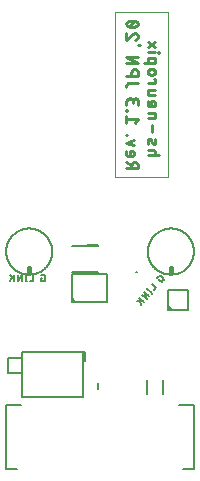
<source format=gbo>
G75*
%MOIN*%
%OFA0B0*%
%FSLAX25Y25*%
%IPPOS*%
%LPD*%
%AMOC8*
5,1,8,0,0,1.08239X$1,22.5*
%
%ADD10C,0.00787*%
%ADD11C,0.01575*%
%ADD12C,0.00600*%
%ADD13C,0.00900*%
%ADD14C,0.00394*%
%ADD15C,0.00500*%
D10*
X0166691Y0119457D02*
X0166693Y0119646D01*
X0166700Y0119834D01*
X0166712Y0120022D01*
X0166728Y0120210D01*
X0166749Y0120398D01*
X0166774Y0120585D01*
X0166804Y0120771D01*
X0166839Y0120957D01*
X0166878Y0121141D01*
X0166921Y0121325D01*
X0166969Y0121507D01*
X0167022Y0121688D01*
X0167079Y0121868D01*
X0167140Y0122047D01*
X0167206Y0122224D01*
X0167276Y0122399D01*
X0167350Y0122572D01*
X0167429Y0122744D01*
X0167512Y0122913D01*
X0167599Y0123081D01*
X0167690Y0123246D01*
X0167785Y0123409D01*
X0167884Y0123570D01*
X0167986Y0123728D01*
X0168093Y0123883D01*
X0168204Y0124036D01*
X0168318Y0124186D01*
X0168436Y0124334D01*
X0168557Y0124478D01*
X0168682Y0124619D01*
X0168811Y0124757D01*
X0168942Y0124893D01*
X0169078Y0125024D01*
X0169216Y0125153D01*
X0169357Y0125278D01*
X0169501Y0125399D01*
X0169649Y0125517D01*
X0169799Y0125631D01*
X0169952Y0125742D01*
X0170107Y0125849D01*
X0170265Y0125951D01*
X0170426Y0126050D01*
X0170589Y0126145D01*
X0170754Y0126236D01*
X0170922Y0126323D01*
X0171091Y0126406D01*
X0171263Y0126485D01*
X0171436Y0126559D01*
X0171611Y0126629D01*
X0171788Y0126695D01*
X0171967Y0126756D01*
X0172147Y0126813D01*
X0172328Y0126866D01*
X0172510Y0126914D01*
X0172694Y0126957D01*
X0172878Y0126996D01*
X0173064Y0127031D01*
X0173250Y0127061D01*
X0173437Y0127086D01*
X0173625Y0127107D01*
X0173813Y0127123D01*
X0174001Y0127135D01*
X0174189Y0127142D01*
X0174378Y0127144D01*
X0174567Y0127142D01*
X0174755Y0127135D01*
X0174943Y0127123D01*
X0175131Y0127107D01*
X0175319Y0127086D01*
X0175506Y0127061D01*
X0175692Y0127031D01*
X0175878Y0126996D01*
X0176062Y0126957D01*
X0176246Y0126914D01*
X0176428Y0126866D01*
X0176609Y0126813D01*
X0176789Y0126756D01*
X0176968Y0126695D01*
X0177145Y0126629D01*
X0177320Y0126559D01*
X0177493Y0126485D01*
X0177665Y0126406D01*
X0177834Y0126323D01*
X0178002Y0126236D01*
X0178167Y0126145D01*
X0178330Y0126050D01*
X0178491Y0125951D01*
X0178649Y0125849D01*
X0178804Y0125742D01*
X0178957Y0125631D01*
X0179107Y0125517D01*
X0179255Y0125399D01*
X0179399Y0125278D01*
X0179540Y0125153D01*
X0179678Y0125024D01*
X0179814Y0124893D01*
X0179945Y0124757D01*
X0180074Y0124619D01*
X0180199Y0124478D01*
X0180320Y0124334D01*
X0180438Y0124186D01*
X0180552Y0124036D01*
X0180663Y0123883D01*
X0180770Y0123728D01*
X0180872Y0123570D01*
X0180971Y0123409D01*
X0181066Y0123246D01*
X0181157Y0123081D01*
X0181244Y0122913D01*
X0181327Y0122744D01*
X0181406Y0122572D01*
X0181480Y0122399D01*
X0181550Y0122224D01*
X0181616Y0122047D01*
X0181677Y0121868D01*
X0181734Y0121688D01*
X0181787Y0121507D01*
X0181835Y0121325D01*
X0181878Y0121141D01*
X0181917Y0120957D01*
X0181952Y0120771D01*
X0181982Y0120585D01*
X0182007Y0120398D01*
X0182028Y0120210D01*
X0182044Y0120022D01*
X0182056Y0119834D01*
X0182063Y0119646D01*
X0182065Y0119457D01*
X0182063Y0119268D01*
X0182056Y0119080D01*
X0182044Y0118892D01*
X0182028Y0118704D01*
X0182007Y0118516D01*
X0181982Y0118329D01*
X0181952Y0118143D01*
X0181917Y0117957D01*
X0181878Y0117773D01*
X0181835Y0117589D01*
X0181787Y0117407D01*
X0181734Y0117226D01*
X0181677Y0117046D01*
X0181616Y0116867D01*
X0181550Y0116690D01*
X0181480Y0116515D01*
X0181406Y0116342D01*
X0181327Y0116170D01*
X0181244Y0116001D01*
X0181157Y0115833D01*
X0181066Y0115668D01*
X0180971Y0115505D01*
X0180872Y0115344D01*
X0180770Y0115186D01*
X0180663Y0115031D01*
X0180552Y0114878D01*
X0180438Y0114728D01*
X0180320Y0114580D01*
X0180199Y0114436D01*
X0180074Y0114295D01*
X0179945Y0114157D01*
X0179814Y0114021D01*
X0179678Y0113890D01*
X0179540Y0113761D01*
X0179399Y0113636D01*
X0179255Y0113515D01*
X0179107Y0113397D01*
X0178957Y0113283D01*
X0178804Y0113172D01*
X0178649Y0113065D01*
X0178491Y0112963D01*
X0178330Y0112864D01*
X0178167Y0112769D01*
X0178002Y0112678D01*
X0177834Y0112591D01*
X0177665Y0112508D01*
X0177493Y0112429D01*
X0177320Y0112355D01*
X0177145Y0112285D01*
X0176968Y0112219D01*
X0176789Y0112158D01*
X0176609Y0112101D01*
X0176428Y0112048D01*
X0176246Y0112000D01*
X0176062Y0111957D01*
X0175878Y0111918D01*
X0175692Y0111883D01*
X0175506Y0111853D01*
X0175319Y0111828D01*
X0175131Y0111807D01*
X0174943Y0111791D01*
X0174755Y0111779D01*
X0174567Y0111772D01*
X0174378Y0111770D01*
X0174189Y0111772D01*
X0174001Y0111779D01*
X0173813Y0111791D01*
X0173625Y0111807D01*
X0173437Y0111828D01*
X0173250Y0111853D01*
X0173064Y0111883D01*
X0172878Y0111918D01*
X0172694Y0111957D01*
X0172510Y0112000D01*
X0172328Y0112048D01*
X0172147Y0112101D01*
X0171967Y0112158D01*
X0171788Y0112219D01*
X0171611Y0112285D01*
X0171436Y0112355D01*
X0171263Y0112429D01*
X0171091Y0112508D01*
X0170922Y0112591D01*
X0170754Y0112678D01*
X0170589Y0112769D01*
X0170426Y0112864D01*
X0170265Y0112963D01*
X0170107Y0113065D01*
X0169952Y0113172D01*
X0169799Y0113283D01*
X0169649Y0113397D01*
X0169501Y0113515D01*
X0169357Y0113636D01*
X0169216Y0113761D01*
X0169078Y0113890D01*
X0168942Y0114021D01*
X0168811Y0114157D01*
X0168682Y0114295D01*
X0168557Y0114436D01*
X0168436Y0114580D01*
X0168318Y0114728D01*
X0168204Y0114878D01*
X0168093Y0115031D01*
X0167986Y0115186D01*
X0167884Y0115344D01*
X0167785Y0115505D01*
X0167690Y0115668D01*
X0167599Y0115833D01*
X0167512Y0116001D01*
X0167429Y0116170D01*
X0167350Y0116342D01*
X0167276Y0116515D01*
X0167206Y0116690D01*
X0167140Y0116867D01*
X0167079Y0117046D01*
X0167022Y0117226D01*
X0166969Y0117407D01*
X0166921Y0117589D01*
X0166878Y0117773D01*
X0166839Y0117957D01*
X0166804Y0118143D01*
X0166774Y0118329D01*
X0166749Y0118516D01*
X0166728Y0118704D01*
X0166712Y0118892D01*
X0166700Y0119080D01*
X0166693Y0119268D01*
X0166691Y0119457D01*
X0213935Y0119457D02*
X0213937Y0119646D01*
X0213944Y0119834D01*
X0213956Y0120022D01*
X0213972Y0120210D01*
X0213993Y0120398D01*
X0214018Y0120585D01*
X0214048Y0120771D01*
X0214083Y0120957D01*
X0214122Y0121141D01*
X0214165Y0121325D01*
X0214213Y0121507D01*
X0214266Y0121688D01*
X0214323Y0121868D01*
X0214384Y0122047D01*
X0214450Y0122224D01*
X0214520Y0122399D01*
X0214594Y0122572D01*
X0214673Y0122744D01*
X0214756Y0122913D01*
X0214843Y0123081D01*
X0214934Y0123246D01*
X0215029Y0123409D01*
X0215128Y0123570D01*
X0215230Y0123728D01*
X0215337Y0123883D01*
X0215448Y0124036D01*
X0215562Y0124186D01*
X0215680Y0124334D01*
X0215801Y0124478D01*
X0215926Y0124619D01*
X0216055Y0124757D01*
X0216186Y0124893D01*
X0216322Y0125024D01*
X0216460Y0125153D01*
X0216601Y0125278D01*
X0216745Y0125399D01*
X0216893Y0125517D01*
X0217043Y0125631D01*
X0217196Y0125742D01*
X0217351Y0125849D01*
X0217509Y0125951D01*
X0217670Y0126050D01*
X0217833Y0126145D01*
X0217998Y0126236D01*
X0218166Y0126323D01*
X0218335Y0126406D01*
X0218507Y0126485D01*
X0218680Y0126559D01*
X0218855Y0126629D01*
X0219032Y0126695D01*
X0219211Y0126756D01*
X0219391Y0126813D01*
X0219572Y0126866D01*
X0219754Y0126914D01*
X0219938Y0126957D01*
X0220122Y0126996D01*
X0220308Y0127031D01*
X0220494Y0127061D01*
X0220681Y0127086D01*
X0220869Y0127107D01*
X0221057Y0127123D01*
X0221245Y0127135D01*
X0221433Y0127142D01*
X0221622Y0127144D01*
X0221811Y0127142D01*
X0221999Y0127135D01*
X0222187Y0127123D01*
X0222375Y0127107D01*
X0222563Y0127086D01*
X0222750Y0127061D01*
X0222936Y0127031D01*
X0223122Y0126996D01*
X0223306Y0126957D01*
X0223490Y0126914D01*
X0223672Y0126866D01*
X0223853Y0126813D01*
X0224033Y0126756D01*
X0224212Y0126695D01*
X0224389Y0126629D01*
X0224564Y0126559D01*
X0224737Y0126485D01*
X0224909Y0126406D01*
X0225078Y0126323D01*
X0225246Y0126236D01*
X0225411Y0126145D01*
X0225574Y0126050D01*
X0225735Y0125951D01*
X0225893Y0125849D01*
X0226048Y0125742D01*
X0226201Y0125631D01*
X0226351Y0125517D01*
X0226499Y0125399D01*
X0226643Y0125278D01*
X0226784Y0125153D01*
X0226922Y0125024D01*
X0227058Y0124893D01*
X0227189Y0124757D01*
X0227318Y0124619D01*
X0227443Y0124478D01*
X0227564Y0124334D01*
X0227682Y0124186D01*
X0227796Y0124036D01*
X0227907Y0123883D01*
X0228014Y0123728D01*
X0228116Y0123570D01*
X0228215Y0123409D01*
X0228310Y0123246D01*
X0228401Y0123081D01*
X0228488Y0122913D01*
X0228571Y0122744D01*
X0228650Y0122572D01*
X0228724Y0122399D01*
X0228794Y0122224D01*
X0228860Y0122047D01*
X0228921Y0121868D01*
X0228978Y0121688D01*
X0229031Y0121507D01*
X0229079Y0121325D01*
X0229122Y0121141D01*
X0229161Y0120957D01*
X0229196Y0120771D01*
X0229226Y0120585D01*
X0229251Y0120398D01*
X0229272Y0120210D01*
X0229288Y0120022D01*
X0229300Y0119834D01*
X0229307Y0119646D01*
X0229309Y0119457D01*
X0229307Y0119268D01*
X0229300Y0119080D01*
X0229288Y0118892D01*
X0229272Y0118704D01*
X0229251Y0118516D01*
X0229226Y0118329D01*
X0229196Y0118143D01*
X0229161Y0117957D01*
X0229122Y0117773D01*
X0229079Y0117589D01*
X0229031Y0117407D01*
X0228978Y0117226D01*
X0228921Y0117046D01*
X0228860Y0116867D01*
X0228794Y0116690D01*
X0228724Y0116515D01*
X0228650Y0116342D01*
X0228571Y0116170D01*
X0228488Y0116001D01*
X0228401Y0115833D01*
X0228310Y0115668D01*
X0228215Y0115505D01*
X0228116Y0115344D01*
X0228014Y0115186D01*
X0227907Y0115031D01*
X0227796Y0114878D01*
X0227682Y0114728D01*
X0227564Y0114580D01*
X0227443Y0114436D01*
X0227318Y0114295D01*
X0227189Y0114157D01*
X0227058Y0114021D01*
X0226922Y0113890D01*
X0226784Y0113761D01*
X0226643Y0113636D01*
X0226499Y0113515D01*
X0226351Y0113397D01*
X0226201Y0113283D01*
X0226048Y0113172D01*
X0225893Y0113065D01*
X0225735Y0112963D01*
X0225574Y0112864D01*
X0225411Y0112769D01*
X0225246Y0112678D01*
X0225078Y0112591D01*
X0224909Y0112508D01*
X0224737Y0112429D01*
X0224564Y0112355D01*
X0224389Y0112285D01*
X0224212Y0112219D01*
X0224033Y0112158D01*
X0223853Y0112101D01*
X0223672Y0112048D01*
X0223490Y0112000D01*
X0223306Y0111957D01*
X0223122Y0111918D01*
X0222936Y0111883D01*
X0222750Y0111853D01*
X0222563Y0111828D01*
X0222375Y0111807D01*
X0222187Y0111791D01*
X0221999Y0111779D01*
X0221811Y0111772D01*
X0221622Y0111770D01*
X0221433Y0111772D01*
X0221245Y0111779D01*
X0221057Y0111791D01*
X0220869Y0111807D01*
X0220681Y0111828D01*
X0220494Y0111853D01*
X0220308Y0111883D01*
X0220122Y0111918D01*
X0219938Y0111957D01*
X0219754Y0112000D01*
X0219572Y0112048D01*
X0219391Y0112101D01*
X0219211Y0112158D01*
X0219032Y0112219D01*
X0218855Y0112285D01*
X0218680Y0112355D01*
X0218507Y0112429D01*
X0218335Y0112508D01*
X0218166Y0112591D01*
X0217998Y0112678D01*
X0217833Y0112769D01*
X0217670Y0112864D01*
X0217509Y0112963D01*
X0217351Y0113065D01*
X0217196Y0113172D01*
X0217043Y0113283D01*
X0216893Y0113397D01*
X0216745Y0113515D01*
X0216601Y0113636D01*
X0216460Y0113761D01*
X0216322Y0113890D01*
X0216186Y0114021D01*
X0216055Y0114157D01*
X0215926Y0114295D01*
X0215801Y0114436D01*
X0215680Y0114580D01*
X0215562Y0114728D01*
X0215448Y0114878D01*
X0215337Y0115031D01*
X0215230Y0115186D01*
X0215128Y0115344D01*
X0215029Y0115505D01*
X0214934Y0115668D01*
X0214843Y0115833D01*
X0214756Y0116001D01*
X0214673Y0116170D01*
X0214594Y0116342D01*
X0214520Y0116515D01*
X0214450Y0116690D01*
X0214384Y0116867D01*
X0214323Y0117046D01*
X0214266Y0117226D01*
X0214213Y0117407D01*
X0214165Y0117589D01*
X0214122Y0117773D01*
X0214083Y0117957D01*
X0214048Y0118143D01*
X0214018Y0118329D01*
X0213993Y0118516D01*
X0213972Y0118704D01*
X0213956Y0118892D01*
X0213944Y0119080D01*
X0213937Y0119268D01*
X0213935Y0119457D01*
D11*
X0221622Y0113945D02*
X0221622Y0112370D01*
X0174378Y0112370D02*
X0174378Y0113945D01*
D12*
X0173727Y0111677D02*
X0173248Y0111677D01*
X0173487Y0111677D02*
X0173487Y0109521D01*
X0173248Y0109521D02*
X0173727Y0109521D01*
X0174690Y0109521D02*
X0175648Y0109521D01*
X0175648Y0111677D01*
X0178428Y0111677D02*
X0179146Y0111677D01*
X0179188Y0111675D01*
X0179229Y0111670D01*
X0179270Y0111661D01*
X0179310Y0111648D01*
X0179348Y0111632D01*
X0179386Y0111613D01*
X0179421Y0111590D01*
X0179454Y0111565D01*
X0179485Y0111537D01*
X0179513Y0111506D01*
X0179538Y0111473D01*
X0179561Y0111438D01*
X0179580Y0111400D01*
X0179596Y0111362D01*
X0179609Y0111322D01*
X0179618Y0111281D01*
X0179623Y0111240D01*
X0179625Y0111198D01*
X0179626Y0111198D02*
X0179626Y0110000D01*
X0179625Y0110000D02*
X0179623Y0109958D01*
X0179618Y0109917D01*
X0179609Y0109876D01*
X0179596Y0109836D01*
X0179580Y0109798D01*
X0179561Y0109761D01*
X0179538Y0109725D01*
X0179513Y0109692D01*
X0179485Y0109661D01*
X0179454Y0109633D01*
X0179421Y0109608D01*
X0179386Y0109585D01*
X0179348Y0109566D01*
X0179310Y0109550D01*
X0179270Y0109537D01*
X0179229Y0109528D01*
X0179188Y0109523D01*
X0179146Y0109521D01*
X0178428Y0109521D01*
X0178428Y0110719D01*
X0178787Y0110719D01*
X0172019Y0111677D02*
X0170822Y0109521D01*
X0170822Y0111677D01*
X0172019Y0111677D02*
X0172019Y0109521D01*
X0169305Y0109521D02*
X0169305Y0111677D01*
X0168826Y0110838D02*
X0168108Y0109521D01*
X0169305Y0110359D02*
X0168108Y0111677D01*
X0210169Y0103008D02*
X0211950Y0103023D01*
X0211273Y0102985D02*
X0211777Y0101571D01*
X0212575Y0102464D02*
X0210968Y0103901D01*
X0211978Y0105032D02*
X0213585Y0103595D01*
X0212777Y0105924D01*
X0214384Y0104487D01*
X0215203Y0105403D02*
X0215522Y0105760D01*
X0215362Y0105582D02*
X0213755Y0107019D01*
X0213915Y0107197D02*
X0213595Y0106840D01*
X0215195Y0108630D02*
X0216802Y0107193D01*
X0216164Y0106478D01*
X0218655Y0109265D02*
X0217762Y0110063D01*
X0218002Y0110331D01*
X0218203Y0111275D02*
X0218171Y0111302D01*
X0218136Y0111325D01*
X0218100Y0111346D01*
X0218062Y0111363D01*
X0218022Y0111377D01*
X0217982Y0111387D01*
X0217941Y0111394D01*
X0217899Y0111397D01*
X0217857Y0111396D01*
X0217816Y0111392D01*
X0217775Y0111384D01*
X0217734Y0111373D01*
X0217695Y0111358D01*
X0217658Y0111340D01*
X0217622Y0111319D01*
X0217588Y0111294D01*
X0217556Y0111267D01*
X0217527Y0111237D01*
X0217527Y0111238D02*
X0217048Y0110702D01*
X0218204Y0111275D02*
X0219096Y0110477D01*
X0219126Y0110448D01*
X0219153Y0110416D01*
X0219178Y0110382D01*
X0219199Y0110346D01*
X0219217Y0110309D01*
X0219232Y0110270D01*
X0219243Y0110229D01*
X0219251Y0110188D01*
X0219255Y0110147D01*
X0219256Y0110105D01*
X0219253Y0110063D01*
X0219246Y0110022D01*
X0219236Y0109982D01*
X0219222Y0109942D01*
X0219205Y0109904D01*
X0219184Y0109868D01*
X0219161Y0109833D01*
X0219134Y0109801D01*
X0218655Y0109265D01*
D13*
X0210621Y0147142D02*
X0206797Y0147142D01*
X0208497Y0147142D02*
X0208497Y0148205D01*
X0208497Y0148417D02*
X0206797Y0149267D01*
X0207434Y0151277D02*
X0208497Y0151277D01*
X0208072Y0151277D02*
X0208072Y0152977D01*
X0208497Y0152977D01*
X0208554Y0152975D01*
X0208610Y0152969D01*
X0208666Y0152960D01*
X0208722Y0152947D01*
X0208776Y0152930D01*
X0208829Y0152910D01*
X0208880Y0152886D01*
X0208930Y0152858D01*
X0208978Y0152828D01*
X0209024Y0152794D01*
X0209067Y0152757D01*
X0209108Y0152718D01*
X0209146Y0152676D01*
X0209181Y0152631D01*
X0209213Y0152584D01*
X0209242Y0152535D01*
X0209268Y0152485D01*
X0209290Y0152432D01*
X0209309Y0152379D01*
X0209324Y0152324D01*
X0209335Y0152268D01*
X0209343Y0152212D01*
X0209347Y0152155D01*
X0209347Y0152099D01*
X0209343Y0152042D01*
X0209335Y0151986D01*
X0209324Y0151930D01*
X0209309Y0151875D01*
X0209290Y0151822D01*
X0209268Y0151769D01*
X0209242Y0151719D01*
X0209213Y0151670D01*
X0209181Y0151623D01*
X0209146Y0151578D01*
X0209108Y0151536D01*
X0209067Y0151497D01*
X0209024Y0151460D01*
X0208978Y0151426D01*
X0208930Y0151396D01*
X0208880Y0151368D01*
X0208829Y0151344D01*
X0208776Y0151324D01*
X0208722Y0151307D01*
X0208666Y0151294D01*
X0208610Y0151285D01*
X0208554Y0151279D01*
X0208497Y0151277D01*
X0207434Y0151277D02*
X0207386Y0151279D01*
X0207339Y0151284D01*
X0207292Y0151293D01*
X0207246Y0151305D01*
X0207201Y0151321D01*
X0207158Y0151340D01*
X0207116Y0151362D01*
X0207075Y0151388D01*
X0207037Y0151416D01*
X0207001Y0151447D01*
X0206967Y0151481D01*
X0206936Y0151517D01*
X0206908Y0151555D01*
X0206882Y0151596D01*
X0206860Y0151638D01*
X0206841Y0151681D01*
X0206825Y0151726D01*
X0206813Y0151772D01*
X0206804Y0151819D01*
X0206799Y0151866D01*
X0206797Y0151914D01*
X0206797Y0152977D01*
X0206797Y0155670D02*
X0209346Y0156520D01*
X0209346Y0154820D02*
X0206797Y0155670D01*
X0206797Y0158115D02*
X0206797Y0158328D01*
X0207009Y0158328D01*
X0207009Y0158115D01*
X0206797Y0158115D01*
X0206797Y0162403D02*
X0206797Y0164528D01*
X0206797Y0163465D02*
X0210621Y0163465D01*
X0209771Y0162403D01*
X0207009Y0166336D02*
X0207009Y0166548D01*
X0206797Y0166548D01*
X0206797Y0166336D01*
X0207009Y0166336D01*
X0206797Y0168356D02*
X0206797Y0169418D01*
X0206799Y0169482D01*
X0206805Y0169546D01*
X0206814Y0169609D01*
X0206828Y0169672D01*
X0206845Y0169734D01*
X0206866Y0169795D01*
X0206891Y0169854D01*
X0206919Y0169912D01*
X0206950Y0169967D01*
X0206985Y0170021D01*
X0207023Y0170073D01*
X0207064Y0170122D01*
X0207108Y0170169D01*
X0207155Y0170213D01*
X0207204Y0170254D01*
X0207256Y0170292D01*
X0207310Y0170327D01*
X0207365Y0170358D01*
X0207423Y0170386D01*
X0207482Y0170411D01*
X0207543Y0170432D01*
X0207605Y0170449D01*
X0207668Y0170463D01*
X0207731Y0170472D01*
X0207795Y0170478D01*
X0207859Y0170480D01*
X0207923Y0170478D01*
X0207987Y0170472D01*
X0208050Y0170463D01*
X0208113Y0170449D01*
X0208175Y0170432D01*
X0208236Y0170411D01*
X0208295Y0170386D01*
X0208353Y0170358D01*
X0208408Y0170327D01*
X0208462Y0170292D01*
X0208514Y0170254D01*
X0208563Y0170213D01*
X0208610Y0170169D01*
X0208654Y0170122D01*
X0208695Y0170073D01*
X0208733Y0170021D01*
X0208768Y0169967D01*
X0208799Y0169912D01*
X0208827Y0169854D01*
X0208852Y0169795D01*
X0208873Y0169734D01*
X0208890Y0169672D01*
X0208904Y0169609D01*
X0208913Y0169546D01*
X0208919Y0169482D01*
X0208921Y0169418D01*
X0208922Y0169631D02*
X0208922Y0168781D01*
X0208921Y0169631D02*
X0208923Y0169688D01*
X0208929Y0169744D01*
X0208938Y0169800D01*
X0208951Y0169856D01*
X0208968Y0169910D01*
X0208988Y0169963D01*
X0209012Y0170014D01*
X0209040Y0170064D01*
X0209070Y0170112D01*
X0209104Y0170158D01*
X0209141Y0170201D01*
X0209180Y0170242D01*
X0209222Y0170280D01*
X0209267Y0170315D01*
X0209314Y0170347D01*
X0209363Y0170376D01*
X0209413Y0170402D01*
X0209466Y0170424D01*
X0209519Y0170443D01*
X0209574Y0170458D01*
X0209630Y0170469D01*
X0209686Y0170477D01*
X0209743Y0170481D01*
X0209799Y0170481D01*
X0209856Y0170477D01*
X0209912Y0170469D01*
X0209968Y0170458D01*
X0210023Y0170443D01*
X0210076Y0170424D01*
X0210129Y0170402D01*
X0210179Y0170376D01*
X0210228Y0170347D01*
X0210275Y0170315D01*
X0210320Y0170280D01*
X0210362Y0170242D01*
X0210401Y0170201D01*
X0210438Y0170158D01*
X0210472Y0170112D01*
X0210502Y0170064D01*
X0210530Y0170014D01*
X0210554Y0169963D01*
X0210574Y0169910D01*
X0210591Y0169856D01*
X0210604Y0169800D01*
X0210613Y0169744D01*
X0210619Y0169688D01*
X0210621Y0169631D01*
X0210621Y0168356D01*
X0213883Y0168449D02*
X0213883Y0169512D01*
X0213884Y0168449D02*
X0213886Y0168401D01*
X0213891Y0168354D01*
X0213900Y0168307D01*
X0213912Y0168261D01*
X0213928Y0168216D01*
X0213947Y0168173D01*
X0213969Y0168131D01*
X0213995Y0168090D01*
X0214023Y0168052D01*
X0214054Y0168016D01*
X0214088Y0167982D01*
X0214124Y0167951D01*
X0214162Y0167923D01*
X0214203Y0167897D01*
X0214245Y0167875D01*
X0214288Y0167856D01*
X0214333Y0167840D01*
X0214379Y0167828D01*
X0214426Y0167819D01*
X0214473Y0167814D01*
X0214521Y0167812D01*
X0215583Y0167812D01*
X0215158Y0167812D02*
X0215158Y0169512D01*
X0215583Y0169512D01*
X0215640Y0169510D01*
X0215696Y0169504D01*
X0215752Y0169495D01*
X0215808Y0169482D01*
X0215862Y0169465D01*
X0215915Y0169445D01*
X0215966Y0169421D01*
X0216016Y0169393D01*
X0216064Y0169363D01*
X0216110Y0169329D01*
X0216153Y0169292D01*
X0216194Y0169253D01*
X0216232Y0169211D01*
X0216267Y0169166D01*
X0216299Y0169119D01*
X0216328Y0169070D01*
X0216354Y0169020D01*
X0216376Y0168967D01*
X0216395Y0168914D01*
X0216410Y0168859D01*
X0216421Y0168803D01*
X0216429Y0168747D01*
X0216433Y0168690D01*
X0216433Y0168634D01*
X0216429Y0168577D01*
X0216421Y0168521D01*
X0216410Y0168465D01*
X0216395Y0168410D01*
X0216376Y0168357D01*
X0216354Y0168304D01*
X0216328Y0168254D01*
X0216299Y0168205D01*
X0216267Y0168158D01*
X0216232Y0168113D01*
X0216194Y0168071D01*
X0216153Y0168032D01*
X0216110Y0167995D01*
X0216064Y0167961D01*
X0216016Y0167931D01*
X0215966Y0167903D01*
X0215915Y0167879D01*
X0215862Y0167859D01*
X0215808Y0167842D01*
X0215752Y0167829D01*
X0215696Y0167820D01*
X0215640Y0167814D01*
X0215583Y0167812D01*
X0215796Y0165685D02*
X0213883Y0165685D01*
X0213883Y0163985D02*
X0216433Y0163985D01*
X0216433Y0165048D01*
X0216431Y0165096D01*
X0216426Y0165143D01*
X0216417Y0165190D01*
X0216405Y0165236D01*
X0216389Y0165281D01*
X0216370Y0165324D01*
X0216348Y0165367D01*
X0216322Y0165407D01*
X0216294Y0165445D01*
X0216263Y0165481D01*
X0216229Y0165515D01*
X0216193Y0165546D01*
X0216155Y0165574D01*
X0216115Y0165600D01*
X0216072Y0165622D01*
X0216029Y0165641D01*
X0215984Y0165657D01*
X0215938Y0165669D01*
X0215891Y0165678D01*
X0215844Y0165683D01*
X0215796Y0165685D01*
X0215371Y0161716D02*
X0215371Y0159167D01*
X0214946Y0156721D02*
X0215371Y0155658D01*
X0215370Y0155658D02*
X0215389Y0155616D01*
X0215412Y0155576D01*
X0215438Y0155537D01*
X0215467Y0155501D01*
X0215499Y0155467D01*
X0215533Y0155437D01*
X0215570Y0155409D01*
X0215609Y0155384D01*
X0215651Y0155363D01*
X0215693Y0155345D01*
X0215738Y0155331D01*
X0215783Y0155321D01*
X0215829Y0155315D01*
X0215875Y0155312D01*
X0215921Y0155313D01*
X0215967Y0155319D01*
X0216013Y0155328D01*
X0216057Y0155341D01*
X0216100Y0155357D01*
X0216142Y0155377D01*
X0216182Y0155401D01*
X0216220Y0155428D01*
X0216255Y0155458D01*
X0216288Y0155490D01*
X0216318Y0155526D01*
X0216345Y0155564D01*
X0216368Y0155604D01*
X0216388Y0155645D01*
X0216405Y0155689D01*
X0216417Y0155733D01*
X0216426Y0155779D01*
X0216432Y0155825D01*
X0216433Y0155871D01*
X0214096Y0155340D02*
X0214057Y0155453D01*
X0214023Y0155567D01*
X0213992Y0155682D01*
X0213964Y0155798D01*
X0213941Y0155915D01*
X0213922Y0156033D01*
X0213906Y0156152D01*
X0213895Y0156270D01*
X0213887Y0156389D01*
X0213883Y0156509D01*
X0213883Y0156508D02*
X0213884Y0156554D01*
X0213890Y0156600D01*
X0213899Y0156646D01*
X0213911Y0156690D01*
X0213928Y0156734D01*
X0213948Y0156775D01*
X0213971Y0156815D01*
X0213998Y0156853D01*
X0214028Y0156889D01*
X0214061Y0156921D01*
X0214096Y0156951D01*
X0214134Y0156978D01*
X0214174Y0157002D01*
X0214216Y0157022D01*
X0214259Y0157038D01*
X0214303Y0157051D01*
X0214349Y0157060D01*
X0214395Y0157066D01*
X0214441Y0157067D01*
X0214487Y0157064D01*
X0214533Y0157058D01*
X0214578Y0157048D01*
X0214623Y0157034D01*
X0214665Y0157016D01*
X0214707Y0156995D01*
X0214746Y0156970D01*
X0214783Y0156942D01*
X0214817Y0156912D01*
X0214849Y0156878D01*
X0214878Y0156842D01*
X0214904Y0156803D01*
X0214927Y0156763D01*
X0214946Y0156721D01*
X0216221Y0156827D02*
X0216257Y0156744D01*
X0216289Y0156661D01*
X0216318Y0156576D01*
X0216344Y0156490D01*
X0216366Y0156403D01*
X0216386Y0156316D01*
X0216402Y0156227D01*
X0216415Y0156139D01*
X0216425Y0156050D01*
X0216431Y0155960D01*
X0216434Y0155870D01*
X0215796Y0153212D02*
X0213883Y0153212D01*
X0213883Y0151513D02*
X0217708Y0151513D01*
X0216433Y0151513D02*
X0216433Y0152575D01*
X0216431Y0152623D01*
X0216426Y0152670D01*
X0216417Y0152717D01*
X0216405Y0152763D01*
X0216389Y0152808D01*
X0216370Y0152851D01*
X0216348Y0152894D01*
X0216322Y0152934D01*
X0216294Y0152972D01*
X0216263Y0153008D01*
X0216229Y0153042D01*
X0216193Y0153073D01*
X0216155Y0153101D01*
X0216115Y0153127D01*
X0216072Y0153149D01*
X0216029Y0153168D01*
X0215984Y0153184D01*
X0215938Y0153196D01*
X0215891Y0153205D01*
X0215844Y0153210D01*
X0215796Y0153212D01*
X0210621Y0148205D02*
X0210621Y0147142D01*
X0210621Y0148205D02*
X0210619Y0148269D01*
X0210613Y0148333D01*
X0210604Y0148396D01*
X0210590Y0148459D01*
X0210573Y0148521D01*
X0210552Y0148582D01*
X0210527Y0148641D01*
X0210499Y0148699D01*
X0210468Y0148754D01*
X0210433Y0148808D01*
X0210395Y0148860D01*
X0210354Y0148909D01*
X0210310Y0148956D01*
X0210263Y0149000D01*
X0210214Y0149041D01*
X0210162Y0149079D01*
X0210108Y0149114D01*
X0210053Y0149145D01*
X0209995Y0149173D01*
X0209936Y0149198D01*
X0209875Y0149219D01*
X0209813Y0149236D01*
X0209750Y0149250D01*
X0209687Y0149259D01*
X0209623Y0149265D01*
X0209559Y0149267D01*
X0209495Y0149265D01*
X0209431Y0149259D01*
X0209368Y0149250D01*
X0209305Y0149236D01*
X0209243Y0149219D01*
X0209182Y0149198D01*
X0209123Y0149173D01*
X0209065Y0149145D01*
X0209010Y0149114D01*
X0208956Y0149079D01*
X0208904Y0149041D01*
X0208855Y0149000D01*
X0208808Y0148956D01*
X0208764Y0148909D01*
X0208723Y0148860D01*
X0208685Y0148808D01*
X0208650Y0148754D01*
X0208619Y0148699D01*
X0208591Y0148641D01*
X0208566Y0148582D01*
X0208545Y0148521D01*
X0208528Y0148459D01*
X0208514Y0148396D01*
X0208505Y0148333D01*
X0208499Y0148269D01*
X0208497Y0148205D01*
X0214521Y0171639D02*
X0216433Y0171639D01*
X0216433Y0173338D02*
X0213883Y0173338D01*
X0213883Y0172276D01*
X0213884Y0172276D02*
X0213886Y0172228D01*
X0213891Y0172181D01*
X0213900Y0172134D01*
X0213912Y0172088D01*
X0213928Y0172043D01*
X0213947Y0172000D01*
X0213969Y0171958D01*
X0213995Y0171917D01*
X0214023Y0171879D01*
X0214054Y0171843D01*
X0214088Y0171809D01*
X0214124Y0171778D01*
X0214162Y0171750D01*
X0214203Y0171724D01*
X0214245Y0171702D01*
X0214288Y0171683D01*
X0214333Y0171667D01*
X0214379Y0171655D01*
X0214426Y0171646D01*
X0214473Y0171641D01*
X0214521Y0171639D01*
X0213883Y0175649D02*
X0216433Y0175649D01*
X0216433Y0176924D01*
X0216008Y0176924D01*
X0215583Y0178442D02*
X0214733Y0178442D01*
X0214676Y0178444D01*
X0214620Y0178450D01*
X0214564Y0178459D01*
X0214508Y0178472D01*
X0214454Y0178489D01*
X0214401Y0178509D01*
X0214350Y0178533D01*
X0214300Y0178561D01*
X0214252Y0178591D01*
X0214206Y0178625D01*
X0214163Y0178662D01*
X0214122Y0178701D01*
X0214084Y0178743D01*
X0214049Y0178788D01*
X0214017Y0178835D01*
X0213988Y0178884D01*
X0213962Y0178934D01*
X0213940Y0178987D01*
X0213921Y0179040D01*
X0213906Y0179095D01*
X0213895Y0179151D01*
X0213887Y0179207D01*
X0213883Y0179264D01*
X0213883Y0179320D01*
X0213887Y0179377D01*
X0213895Y0179433D01*
X0213906Y0179489D01*
X0213921Y0179544D01*
X0213940Y0179597D01*
X0213962Y0179650D01*
X0213988Y0179700D01*
X0214017Y0179749D01*
X0214049Y0179796D01*
X0214084Y0179841D01*
X0214122Y0179883D01*
X0214163Y0179922D01*
X0214206Y0179959D01*
X0214252Y0179993D01*
X0214300Y0180023D01*
X0214350Y0180051D01*
X0214401Y0180075D01*
X0214454Y0180095D01*
X0214508Y0180112D01*
X0214564Y0180125D01*
X0214620Y0180134D01*
X0214676Y0180140D01*
X0214733Y0180142D01*
X0215583Y0180142D01*
X0215640Y0180140D01*
X0215696Y0180134D01*
X0215752Y0180125D01*
X0215808Y0180112D01*
X0215862Y0180095D01*
X0215915Y0180075D01*
X0215966Y0180051D01*
X0216016Y0180023D01*
X0216064Y0179993D01*
X0216110Y0179959D01*
X0216153Y0179922D01*
X0216194Y0179883D01*
X0216232Y0179841D01*
X0216267Y0179796D01*
X0216299Y0179749D01*
X0216328Y0179700D01*
X0216354Y0179650D01*
X0216376Y0179597D01*
X0216395Y0179544D01*
X0216410Y0179489D01*
X0216421Y0179433D01*
X0216429Y0179377D01*
X0216433Y0179320D01*
X0216433Y0179264D01*
X0216429Y0179207D01*
X0216421Y0179151D01*
X0216410Y0179095D01*
X0216395Y0179040D01*
X0216376Y0178987D01*
X0216354Y0178934D01*
X0216328Y0178884D01*
X0216299Y0178835D01*
X0216267Y0178788D01*
X0216232Y0178743D01*
X0216194Y0178701D01*
X0216153Y0178662D01*
X0216110Y0178625D01*
X0216064Y0178591D01*
X0216016Y0178561D01*
X0215966Y0178533D01*
X0215915Y0178509D01*
X0215862Y0178489D01*
X0215808Y0178472D01*
X0215752Y0178459D01*
X0215696Y0178450D01*
X0215640Y0178444D01*
X0215583Y0178442D01*
X0216433Y0182306D02*
X0212609Y0182306D01*
X0213883Y0182306D02*
X0213883Y0183368D01*
X0213884Y0183368D02*
X0213886Y0183416D01*
X0213891Y0183463D01*
X0213900Y0183510D01*
X0213912Y0183556D01*
X0213928Y0183601D01*
X0213947Y0183644D01*
X0213969Y0183687D01*
X0213995Y0183727D01*
X0214023Y0183765D01*
X0214054Y0183801D01*
X0214088Y0183835D01*
X0214124Y0183866D01*
X0214162Y0183894D01*
X0214203Y0183920D01*
X0214245Y0183942D01*
X0214288Y0183961D01*
X0214333Y0183977D01*
X0214379Y0183989D01*
X0214426Y0183998D01*
X0214473Y0184003D01*
X0214521Y0184005D01*
X0215796Y0184005D01*
X0215844Y0184003D01*
X0215891Y0183998D01*
X0215938Y0183989D01*
X0215984Y0183977D01*
X0216029Y0183961D01*
X0216072Y0183942D01*
X0216115Y0183920D01*
X0216155Y0183894D01*
X0216193Y0183866D01*
X0216229Y0183835D01*
X0216263Y0183801D01*
X0216294Y0183765D01*
X0216322Y0183727D01*
X0216348Y0183687D01*
X0216370Y0183644D01*
X0216389Y0183601D01*
X0216405Y0183556D01*
X0216417Y0183510D01*
X0216426Y0183463D01*
X0216431Y0183416D01*
X0216433Y0183368D01*
X0216433Y0182306D01*
X0216433Y0185811D02*
X0213883Y0185811D01*
X0213883Y0187513D02*
X0216433Y0189212D01*
X0216433Y0187513D02*
X0213883Y0189212D01*
X0211471Y0188410D02*
X0210621Y0188410D01*
X0208921Y0191847D02*
X0208963Y0191889D01*
X0209008Y0191928D01*
X0209055Y0191965D01*
X0209104Y0191999D01*
X0209154Y0192030D01*
X0209207Y0192058D01*
X0209260Y0192083D01*
X0209316Y0192105D01*
X0209372Y0192123D01*
X0209429Y0192139D01*
X0209488Y0192151D01*
X0209546Y0192159D01*
X0209606Y0192164D01*
X0209665Y0192166D01*
X0208922Y0191847D02*
X0206797Y0190041D01*
X0206797Y0192166D01*
X0207328Y0196099D02*
X0207427Y0196146D01*
X0207529Y0196189D01*
X0207631Y0196228D01*
X0207735Y0196264D01*
X0207841Y0196296D01*
X0207947Y0196324D01*
X0208054Y0196349D01*
X0208162Y0196370D01*
X0208271Y0196387D01*
X0208380Y0196401D01*
X0208489Y0196410D01*
X0208599Y0196416D01*
X0208709Y0196418D01*
X0208709Y0194292D02*
X0208819Y0194294D01*
X0208929Y0194300D01*
X0209038Y0194309D01*
X0209147Y0194323D01*
X0209256Y0194340D01*
X0209364Y0194361D01*
X0209471Y0194386D01*
X0209577Y0194414D01*
X0209683Y0194446D01*
X0209787Y0194482D01*
X0209889Y0194521D01*
X0209991Y0194564D01*
X0210090Y0194611D01*
X0210621Y0195355D02*
X0210619Y0195409D01*
X0210614Y0195463D01*
X0210604Y0195516D01*
X0210591Y0195569D01*
X0210575Y0195621D01*
X0210555Y0195671D01*
X0210531Y0195720D01*
X0210505Y0195767D01*
X0210475Y0195812D01*
X0210442Y0195855D01*
X0210406Y0195895D01*
X0210367Y0195933D01*
X0210326Y0195969D01*
X0210283Y0196001D01*
X0210237Y0196030D01*
X0210190Y0196056D01*
X0210141Y0196079D01*
X0210090Y0196099D01*
X0209771Y0196205D02*
X0207647Y0194505D01*
X0206797Y0195355D02*
X0206799Y0195409D01*
X0206804Y0195463D01*
X0206814Y0195516D01*
X0206827Y0195569D01*
X0206843Y0195621D01*
X0206863Y0195671D01*
X0206887Y0195720D01*
X0206913Y0195767D01*
X0206943Y0195812D01*
X0206976Y0195855D01*
X0207012Y0195895D01*
X0207051Y0195933D01*
X0207092Y0195969D01*
X0207135Y0196001D01*
X0207181Y0196030D01*
X0207228Y0196056D01*
X0207277Y0196079D01*
X0207328Y0196099D01*
X0206797Y0195355D02*
X0206799Y0195301D01*
X0206804Y0195247D01*
X0206814Y0195194D01*
X0206827Y0195141D01*
X0206843Y0195089D01*
X0206863Y0195039D01*
X0206887Y0194990D01*
X0206913Y0194943D01*
X0206943Y0194898D01*
X0206976Y0194855D01*
X0207012Y0194815D01*
X0207051Y0194777D01*
X0207092Y0194741D01*
X0207135Y0194709D01*
X0207181Y0194680D01*
X0207228Y0194654D01*
X0207277Y0194631D01*
X0207328Y0194611D01*
X0208709Y0196418D02*
X0208819Y0196416D01*
X0208929Y0196410D01*
X0209038Y0196401D01*
X0209147Y0196387D01*
X0209256Y0196370D01*
X0209364Y0196349D01*
X0209471Y0196324D01*
X0209577Y0196296D01*
X0209683Y0196264D01*
X0209787Y0196228D01*
X0209889Y0196189D01*
X0209991Y0196146D01*
X0210090Y0196099D01*
X0210621Y0195355D02*
X0210619Y0195301D01*
X0210614Y0195247D01*
X0210604Y0195194D01*
X0210591Y0195141D01*
X0210575Y0195089D01*
X0210555Y0195039D01*
X0210531Y0194990D01*
X0210505Y0194943D01*
X0210475Y0194898D01*
X0210442Y0194855D01*
X0210406Y0194815D01*
X0210367Y0194777D01*
X0210326Y0194741D01*
X0210283Y0194709D01*
X0210237Y0194680D01*
X0210190Y0194654D01*
X0210140Y0194631D01*
X0210090Y0194611D01*
X0208709Y0194292D02*
X0208599Y0194294D01*
X0208489Y0194300D01*
X0208380Y0194309D01*
X0208271Y0194323D01*
X0208162Y0194340D01*
X0208054Y0194361D01*
X0207947Y0194386D01*
X0207841Y0194414D01*
X0207735Y0194446D01*
X0207631Y0194482D01*
X0207529Y0194521D01*
X0207427Y0194564D01*
X0207328Y0194611D01*
X0210621Y0191209D02*
X0210619Y0191142D01*
X0210614Y0191075D01*
X0210605Y0191008D01*
X0210592Y0190943D01*
X0210575Y0190877D01*
X0210556Y0190813D01*
X0210532Y0190750D01*
X0210505Y0190689D01*
X0210475Y0190629D01*
X0210442Y0190571D01*
X0210405Y0190514D01*
X0210366Y0190460D01*
X0210324Y0190408D01*
X0210278Y0190358D01*
X0210231Y0190311D01*
X0210180Y0190267D01*
X0210128Y0190225D01*
X0210073Y0190186D01*
X0210016Y0190151D01*
X0209957Y0190118D01*
X0209897Y0190089D01*
X0209835Y0190063D01*
X0209771Y0190041D01*
X0210621Y0191209D02*
X0210619Y0191269D01*
X0210613Y0191329D01*
X0210604Y0191388D01*
X0210591Y0191447D01*
X0210574Y0191504D01*
X0210554Y0191561D01*
X0210530Y0191616D01*
X0210503Y0191670D01*
X0210472Y0191721D01*
X0210438Y0191771D01*
X0210402Y0191818D01*
X0210362Y0191863D01*
X0210319Y0191906D01*
X0210274Y0191946D01*
X0210227Y0191982D01*
X0210177Y0192016D01*
X0210126Y0192047D01*
X0210072Y0192074D01*
X0210017Y0192098D01*
X0209960Y0192118D01*
X0209903Y0192135D01*
X0209844Y0192148D01*
X0209785Y0192157D01*
X0209725Y0192163D01*
X0209665Y0192165D01*
X0210621Y0184370D02*
X0206797Y0184370D01*
X0210621Y0182246D01*
X0206797Y0182246D01*
X0208497Y0179162D02*
X0208497Y0178100D01*
X0208497Y0179162D02*
X0208499Y0179226D01*
X0208505Y0179290D01*
X0208514Y0179353D01*
X0208528Y0179416D01*
X0208545Y0179478D01*
X0208566Y0179539D01*
X0208591Y0179598D01*
X0208619Y0179656D01*
X0208650Y0179711D01*
X0208685Y0179765D01*
X0208723Y0179817D01*
X0208764Y0179866D01*
X0208808Y0179913D01*
X0208855Y0179957D01*
X0208904Y0179998D01*
X0208956Y0180036D01*
X0209010Y0180071D01*
X0209065Y0180102D01*
X0209123Y0180130D01*
X0209182Y0180155D01*
X0209243Y0180176D01*
X0209305Y0180193D01*
X0209368Y0180207D01*
X0209431Y0180216D01*
X0209495Y0180222D01*
X0209559Y0180224D01*
X0209623Y0180222D01*
X0209687Y0180216D01*
X0209750Y0180207D01*
X0209813Y0180193D01*
X0209875Y0180176D01*
X0209936Y0180155D01*
X0209995Y0180130D01*
X0210053Y0180102D01*
X0210108Y0180071D01*
X0210162Y0180036D01*
X0210214Y0179998D01*
X0210263Y0179957D01*
X0210310Y0179913D01*
X0210354Y0179866D01*
X0210395Y0179817D01*
X0210433Y0179765D01*
X0210468Y0179711D01*
X0210499Y0179656D01*
X0210527Y0179598D01*
X0210552Y0179539D01*
X0210573Y0179478D01*
X0210590Y0179416D01*
X0210604Y0179353D01*
X0210613Y0179290D01*
X0210619Y0179226D01*
X0210621Y0179162D01*
X0210621Y0178100D01*
X0206797Y0178100D01*
X0207647Y0175612D02*
X0210621Y0175612D01*
X0207647Y0175612D02*
X0207591Y0175610D01*
X0207536Y0175605D01*
X0207481Y0175596D01*
X0207427Y0175583D01*
X0207374Y0175567D01*
X0207322Y0175547D01*
X0207271Y0175524D01*
X0207222Y0175498D01*
X0207175Y0175469D01*
X0207130Y0175436D01*
X0207087Y0175401D01*
X0207046Y0175363D01*
X0207008Y0175322D01*
X0206973Y0175279D01*
X0206940Y0175234D01*
X0206911Y0175187D01*
X0206885Y0175138D01*
X0206862Y0175087D01*
X0206842Y0175035D01*
X0206826Y0174982D01*
X0206813Y0174928D01*
X0206804Y0174873D01*
X0206799Y0174818D01*
X0206797Y0174762D01*
X0206797Y0174337D01*
X0217495Y0185705D02*
X0217495Y0185918D01*
X0217708Y0185918D01*
X0217708Y0185705D01*
X0217495Y0185705D01*
D14*
X0220717Y0199300D02*
X0203000Y0199300D01*
X0203000Y0144181D01*
X0220717Y0144181D01*
X0220717Y0199300D01*
D15*
X0170441Y0047016D02*
X0166504Y0047016D01*
X0166504Y0068276D01*
X0171622Y0068276D01*
X0172016Y0071032D02*
X0192489Y0071032D01*
X0192489Y0082843D01*
X0192882Y0082843D01*
X0192882Y0085993D01*
X0192489Y0085993D01*
X0192489Y0082843D01*
X0192489Y0085993D02*
X0172016Y0085993D01*
X0172016Y0071032D01*
X0171898Y0078827D02*
X0167489Y0078827D01*
X0167489Y0084024D01*
X0171898Y0084024D01*
X0171898Y0078827D01*
X0197292Y0075481D02*
X0197292Y0073512D01*
X0213552Y0074969D02*
X0213748Y0074969D01*
X0213748Y0076544D01*
X0213552Y0076544D01*
X0213552Y0074969D01*
X0213748Y0074969D02*
X0213748Y0071819D01*
X0218867Y0071819D02*
X0218867Y0076544D01*
X0224378Y0068276D02*
X0229496Y0068276D01*
X0229496Y0047016D01*
X0225559Y0047016D01*
X0227430Y0099870D02*
X0220540Y0099870D01*
X0220540Y0106760D01*
X0227430Y0106760D01*
X0227430Y0099870D01*
X0221937Y0099890D02*
X0220559Y0099890D01*
X0220559Y0101268D01*
X0221937Y0099890D01*
X0221522Y0100306D02*
X0220559Y0100306D01*
X0220559Y0100804D02*
X0221023Y0100804D01*
X0210205Y0112764D02*
X0210126Y0112764D01*
X0200402Y0111780D02*
X0188591Y0111780D01*
X0188591Y0105481D01*
X0188591Y0104103D01*
X0188591Y0103906D01*
X0189772Y0102725D01*
X0192528Y0102725D01*
X0200402Y0102725D01*
X0200402Y0111780D01*
X0197370Y0112646D02*
X0188709Y0112646D01*
X0188709Y0121307D02*
X0193827Y0121307D01*
X0193827Y0121701D01*
X0194615Y0121701D01*
X0194615Y0121307D01*
X0193827Y0121307D01*
X0194615Y0121307D02*
X0197370Y0121307D01*
X0197370Y0121701D01*
X0194615Y0121701D01*
X0188591Y0103906D02*
X0188591Y0103709D01*
X0188591Y0103315D01*
X0188788Y0103119D01*
X0188591Y0103315D02*
X0188591Y0102725D01*
X0189575Y0102725D01*
X0188591Y0103709D01*
X0189575Y0102725D02*
X0189772Y0102725D01*
M02*

</source>
